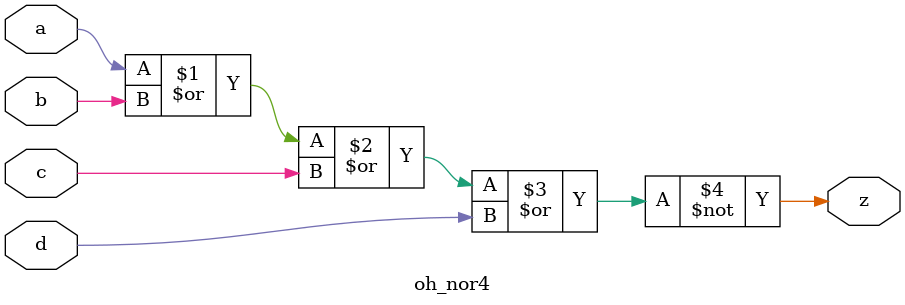
<source format=v>


module oh_nor4 #(parameter DW = 1 ) // array width
   (
    input [DW-1:0]  a,
    input [DW-1:0]  b,
    input [DW-1:0]  c,
    input [DW-1:0]  d, 
    output [DW-1:0] z
    );
   
   assign z = ~(a | b | c | d);
   
endmodule

</source>
